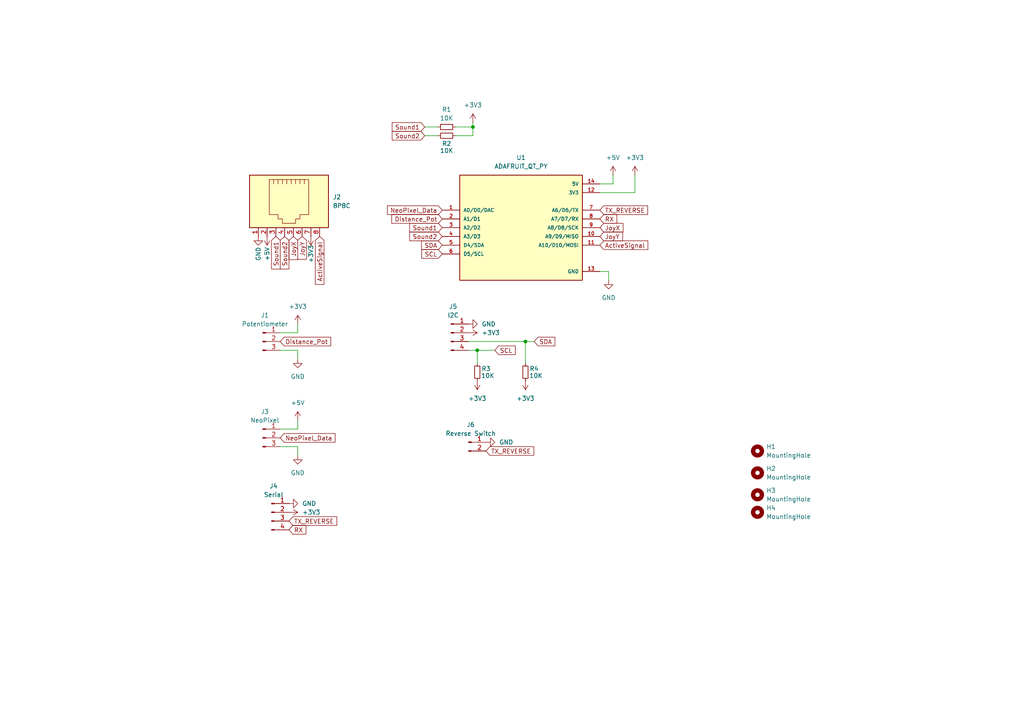
<source format=kicad_sch>
(kicad_sch (version 20231120) (generator "eeschema") (generator_version "8.0")
  (paper "A4")
  (lib_symbols
    (symbol "ADAFRUIT_QT_PY:ADAFRUIT_QT_PY" (pin_names (offset 1.016))
      (property "Reference" "U" (at -17.78 16.002 0))
      (property "Value" "ADAFRUIT_QT_PY" (at -17.78 -17.78 0))
      (symbol "ADAFRUIT_QT_PY_0_0"
        (rectangle (start -17.78 -15.24) (end 17.78 15.24) (stroke (width 0.254)) (fill (type background)))
        (pin bidirectional line (at -22.86 5.08 0) (length 5.08) (name "A0/D0/DAC") (number "1"))
        (pin bidirectional line (at 22.86 -2.54 180) (length 5.08) (name "A9/D9/MISO") (number "10"))
        (pin bidirectional line (at 22.86 -5.08 180) (length 5.08) (name "A10/D10/MOSI") (number "11"))
        (pin power_in line (at 22.86 10.16 180) (length 5.08) (name "3V3") (number "12"))
        (pin power_in line (at 22.86 -12.7 180) (length 5.08) (name "GND") (number "13"))
        (pin power_in line (at 22.86 12.7 180) (length 5.08) (name "5V") (number "14"))
        (pin bidirectional line (at -22.86 2.54 0) (length 5.08) (name "A1/D1") (number "2"))
        (pin bidirectional line (at -22.86 0 0) (length 5.08) (name "A2/D2") (number "3"))
        (pin bidirectional line (at -22.86 -2.54 0) (length 5.08) (name "A3/D3") (number "4"))
        (pin bidirectional line (at -22.86 -5.08 0) (length 5.08) (name "D4/SDA") (number "5"))
        (pin bidirectional line (at -22.86 -7.62 0) (length 5.08) (name "D5/SCL") (number "6"))
        (pin bidirectional line (at 22.86 5.08 180) (length 5.08) (name "A6/D6/TX") (number "7"))
        (pin bidirectional line (at 22.86 2.54 180) (length 5.08) (name "A7/D7/RX") (number "8"))
        (pin bidirectional line (at 22.86 0 180) (length 5.08) (name "A8/D8/SCK") (number "9"))
      )
    )
    (symbol "Connector:8P8C" (pin_names (offset 1.016))
      (property "Reference" "J" (at -5.08 13.97 0))
      (property "Value" "8P8C" (at 2.54 13.97 0))
      (symbol "8P8C_0_1"
        (polyline (pts (xy -5.08 4.445) (xy -6.35 4.445)))
        (polyline (pts (xy -5.08 5.715) (xy -6.35 5.715)))
        (polyline (pts (xy -6.35 -3.175) (xy -5.08 -3.175) (xy -5.08 -3.175)))
        (polyline (pts (xy -6.35 -1.905) (xy -5.08 -1.905) (xy -5.08 -1.905)))
        (polyline (pts (xy -6.35 -0.635) (xy -5.08 -0.635) (xy -5.08 -0.635)))
        (polyline (pts (xy -6.35 0.635) (xy -5.08 0.635) (xy -5.08 0.635)))
        (polyline (pts (xy -6.35 1.905) (xy -5.08 1.905) (xy -5.08 1.905)))
        (polyline (pts (xy -5.08 3.175) (xy -6.35 3.175) (xy -6.35 3.175)))
        (polyline (pts (xy -6.35 -4.445) (xy -6.35 6.985) (xy 3.81 6.985) (xy 3.81 4.445) (xy 5.08 4.445) (xy 5.08 3.175) (xy 6.35 3.175) (xy 6.35 -0.635) (xy 5.08 -0.635) (xy 5.08 -1.905) (xy 3.81 -1.905) (xy 3.81 -4.445) (xy -6.35 -4.445) (xy -6.35 -4.445)))
        (rectangle (start 7.62 12.7) (end -7.62 -10.16) (stroke (width 0.254)) (fill (type background)))
      )
      (symbol "8P8C_1_1"
        (pin passive line (at 10.16 -7.62 180) (length 2.54) (name "~") (number "1"))
        (pin passive line (at 10.16 -5.08 180) (length 2.54) (name "~") (number "2"))
        (pin passive line (at 10.16 -2.54 180) (length 2.54) (name "~") (number "3"))
        (pin passive line (at 10.16 0 180) (length 2.54) (name "~") (number "4"))
        (pin passive line (at 10.16 2.54 180) (length 2.54) (name "~") (number "5"))
        (pin passive line (at 10.16 5.08 180) (length 2.54) (name "~") (number "6"))
        (pin passive line (at 10.16 7.62 180) (length 2.54) (name "~") (number "7"))
        (pin passive line (at 10.16 10.16 180) (length 2.54) (name "~") (number "8"))
      )
    )
    (symbol "Connector:Conn_01x02_Pin" (pin_names (offset 1.016) hide)
      (property "Reference" "J" (at 0 2.54 0))
      (property "Value" "Conn_01x02_Pin" (at 0 -5.08 0))
      (symbol "Conn_01x02_Pin_1_1"
        (polyline (pts (xy 1.27 -2.54) (xy 0.8636 -2.54)) (stroke (width 0.1524)))
        (polyline (pts (xy 1.27 0) (xy 0.8636 0)) (stroke (width 0.1524)))
        (rectangle (start 0.8636 -2.413) (end 0 -2.667) (stroke (width 0.1524)) (fill (type outline)))
        (rectangle (start 0.8636 0.127) (end 0 -0.127) (stroke (width 0.1524)) (fill (type outline)))
        (pin passive line (at 5.08 0 180) (length 3.81) (name "Pin_1") (number "1"))
        (pin passive line (at 5.08 -2.54 180) (length 3.81) (name "Pin_2") (number "2"))
      )
    )
    (symbol "Connector:Conn_01x03_Pin" (pin_names (offset 1.016) hide)
      (property "Reference" "J" (at 0 5.08 0))
      (property "Value" "Conn_01x03_Pin" (at 0 -5.08 0))
      (symbol "Conn_01x03_Pin_1_1"
        (polyline (pts (xy 1.27 -2.54) (xy 0.8636 -2.54)) (stroke (width 0.1524)))
        (polyline (pts (xy 1.27 0) (xy 0.8636 0)) (stroke (width 0.1524)))
        (polyline (pts (xy 1.27 2.54) (xy 0.8636 2.54)) (stroke (width 0.1524)))
        (rectangle (start 0.8636 -2.413) (end 0 -2.667) (stroke (width 0.1524)) (fill (type outline)))
        (rectangle (start 0.8636 0.127) (end 0 -0.127) (stroke (width 0.1524)) (fill (type outline)))
        (rectangle (start 0.8636 2.667) (end 0 2.413) (stroke (width 0.1524)) (fill (type outline)))
        (pin passive line (at 5.08 2.54 180) (length 3.81) (name "Pin_1") (number "1"))
        (pin passive line (at 5.08 0 180) (length 3.81) (name "Pin_2") (number "2"))
        (pin passive line (at 5.08 -2.54 180) (length 3.81) (name "Pin_3") (number "3"))
      )
    )
    (symbol "Connector:Conn_01x04_Pin" (pin_names (offset 1.016) hide)
      (property "Reference" "J" (at 0 5.08 0))
      (property "Value" "Conn_01x04_Pin" (at 0 -7.62 0))
      (symbol "Conn_01x04_Pin_1_1"
        (polyline (pts (xy 1.27 -5.08) (xy 0.8636 -5.08)) (stroke (width 0.1524)))
        (polyline (pts (xy 1.27 -2.54) (xy 0.8636 -2.54)) (stroke (width 0.1524)))
        (polyline (pts (xy 1.27 0) (xy 0.8636 0)) (stroke (width 0.1524)))
        (polyline (pts (xy 1.27 2.54) (xy 0.8636 2.54)) (stroke (width 0.1524)))
        (rectangle (start 0.8636 -4.953) (end 0 -5.207) (stroke (width 0.1524)) (fill (type outline)))
        (rectangle (start 0.8636 -2.413) (end 0 -2.667) (stroke (width 0.1524)) (fill (type outline)))
        (rectangle (start 0.8636 0.127) (end 0 -0.127) (stroke (width 0.1524)) (fill (type outline)))
        (rectangle (start 0.8636 2.667) (end 0 2.413) (stroke (width 0.1524)) (fill (type outline)))
        (pin passive line (at 5.08 2.54 180) (length 3.81) (name "Pin_1") (number "1"))
        (pin passive line (at 5.08 0 180) (length 3.81) (name "Pin_2") (number "2"))
        (pin passive line (at 5.08 -2.54 180) (length 3.81) (name "Pin_3") (number "3"))
        (pin passive line (at 5.08 -5.08 180) (length 3.81) (name "Pin_4") (number "4"))
      )
    )
    (symbol "Device:R_Small" (pin_numbers hide) (pin_names (offset 0.254) hide)
      (property "Reference" "R" (at 0.762 0.508 0))
      (property "Value" "R_Small" (at 0.762 -1.016 0))
      (symbol "R_Small_0_1"
        (rectangle (start -0.762 1.778) (end 0.762 -1.778) (stroke (width 0.2032)))
      )
      (symbol "R_Small_1_1"
        (pin passive line (at 0 2.54 270) (length 0.762) (name "~") (number "1"))
        (pin passive line (at 0 -2.54 90) (length 0.762) (name "~") (number "2"))
      )
    )
    (symbol "Mechanical:MountingHole" (pin_names (offset 1.016)) (exclude_from_sim yes) (in_bom no)
      (property "Reference" "H" (at 0 5.08 0))
      (property "Value" "MountingHole" (at 0 3.175 0))
      (symbol "MountingHole_0_1"
        (circle (center 0 0) (radius 1.27) (stroke (width 1.27)))
      )
    )
    (symbol "power:+3V3" (power) (pin_numbers hide) (pin_names (offset 0) hide)
      (property "Value" "+3V3" (at 0 3.556 0))
      (symbol "+3V3_0_1"
        (polyline (pts (xy -0.762 1.27) (xy 0 2.54)))
        (polyline (pts (xy 0 0) (xy 0 2.54)))
        (polyline (pts (xy 0 2.54) (xy 0.762 1.27)))
      )
      (symbol "+3V3_1_1"
        (pin power_in line (at 0 0 90) (length 0) (name "~") (number "1"))
      )
    )
    (symbol "power:+5V" (power) (pin_numbers hide) (pin_names (offset 0) hide)
      (property "Value" "+5V" (at 0 3.556 0))
      (symbol "+5V_0_1"
        (polyline (pts (xy -0.762 1.27) (xy 0 2.54)))
        (polyline (pts (xy 0 0) (xy 0 2.54)))
        (polyline (pts (xy 0 2.54) (xy 0.762 1.27)))
      )
      (symbol "+5V_1_1"
        (pin power_in line (at 0 0 90) (length 0) (name "~") (number "1"))
      )
    )
    (symbol "power:GND" (power) (pin_numbers hide) (pin_names (offset 0) hide)
      (property "Value" "GND" (at 0 -3.81 0))
      (symbol "GND_0_1"
        (polyline (pts (xy 0 0) (xy 0 -1.27) (xy 1.27 -1.27) (xy 0 -2.54) (xy -1.27 -1.27) (xy 0 -1.27)))
      )
      (symbol "GND_1_1"
        (pin power_in line (at 0 0 270) (length 0) (name "~") (number "1"))
      )
    )
  )
  (junction (at 152.4 99.06))
  (junction (at 138.43 101.6))
  (junction (at 137.16 36.83))
  (wire (pts (xy 135.89 99.06) (xy 152.4 99.06)))
  (wire (pts (xy 173.99 78.74) (xy 176.53 78.74)))
  (wire (pts (xy 86.36 124.46) (xy 81.28 124.46)))
  (wire (pts (xy 135.89 101.6) (xy 138.43 101.6)))
  (wire (pts (xy 86.36 96.52) (xy 81.28 96.52)))
  (wire (pts (xy 132.08 36.83) (xy 137.16 36.83)))
  (wire (pts (xy 138.43 101.6) (xy 138.43 105.41)))
  (wire (pts (xy 137.16 36.83) (xy 137.16 35.56)))
  (wire (pts (xy 86.36 121.92) (xy 86.36 124.46)))
  (wire (pts (xy 173.99 55.88) (xy 184.15 55.88)))
  (wire (pts (xy 152.4 99.06) (xy 152.4 105.41)))
  (wire (pts (xy 152.4 99.06) (xy 154.94 99.06)))
  (wire (pts (xy 123.19 36.83) (xy 127 36.83)))
  (wire (pts (xy 123.19 39.37) (xy 127 39.37)))
  (wire (pts (xy 132.08 39.37) (xy 137.16 39.37)))
  (wire (pts (xy 138.43 101.6) (xy 143.51 101.6)))
  (wire (pts (xy 81.28 101.6) (xy 86.36 101.6)))
  (wire (pts (xy 184.15 55.88) (xy 184.15 50.8)))
  (wire (pts (xy 81.28 129.54) (xy 86.36 129.54)))
  (wire (pts (xy 86.36 93.98) (xy 86.36 96.52)))
  (wire (pts (xy 173.99 53.34) (xy 177.8 53.34)))
  (wire (pts (xy 177.8 53.34) (xy 177.8 50.8)))
  (wire (pts (xy 86.36 129.54) (xy 86.36 132.08)))
  (wire (pts (xy 86.36 101.6) (xy 86.36 104.14)))
  (wire (pts (xy 137.16 39.37) (xy 137.16 36.83)))
  (wire (pts (xy 176.53 78.74) (xy 176.53 81.28)))
  (global_label "NeoPixel_Data" (shape input) (at 81.28 127 0) (property "Intersheetrefs" "${INTERSHEET_REFS}" (effects (hide yes))))
  (global_label "Sound1" (shape input) (at 128.27 66.04 180) (property "Intersheetrefs" "${INTERSHEET_REFS}" (effects (hide yes))))
  (global_label "ActiveSignal" (shape input) (at 92.71 68.58 270) (property "Intersheetrefs" "${INTERSHEET_REFS}" (effects (hide yes))))
  (global_label "Distance_Pot" (shape input) (at 81.28 99.06 0) (property "Intersheetrefs" "${INTERSHEET_REFS}" (effects (hide yes))))
  (global_label "JoyX" (shape input) (at 85.09 68.58 270) (property "Intersheetrefs" "${INTERSHEET_REFS}" (effects (hide yes))))
  (global_label "SDA" (shape input) (at 154.94 99.06 0) (property "Intersheetrefs" "${INTERSHEET_REFS}" (effects (hide yes))))
  (global_label "TX_REVERSE" (shape input) (at 140.97 130.81 0) (property "Intersheetrefs" "${INTERSHEET_REFS}" (effects (hide yes))))
  (global_label "RX" (shape input) (at 83.82 153.67 0) (property "Intersheetrefs" "${INTERSHEET_REFS}" (effects (hide yes))))
  (global_label "Sound2" (shape input) (at 128.27 68.58 180) (property "Intersheetrefs" "${INTERSHEET_REFS}" (effects (hide yes))))
  (global_label "Sound2" (shape input) (at 82.55 68.58 270) (property "Intersheetrefs" "${INTERSHEET_REFS}" (effects (hide yes))))
  (global_label "TX_REVERSE" (shape input) (at 83.82 151.13 0) (property "Intersheetrefs" "${INTERSHEET_REFS}" (effects (hide yes))))
  (global_label "ActiveSignal" (shape input) (at 173.99 71.12 0) (property "Intersheetrefs" "${INTERSHEET_REFS}" (effects (hide yes))))
  (global_label "SCL" (shape input) (at 128.27 73.66 180) (property "Intersheetrefs" "${INTERSHEET_REFS}" (effects (hide yes))))
  (global_label "RX" (shape input) (at 173.99 63.5 0) (property "Intersheetrefs" "${INTERSHEET_REFS}" (effects (hide yes))))
  (global_label "NeoPixel_Data" (shape input) (at 128.27 60.96 180) (property "Intersheetrefs" "${INTERSHEET_REFS}" (effects (hide yes))))
  (global_label "Sound1" (shape input) (at 80.01 68.58 270) (property "Intersheetrefs" "${INTERSHEET_REFS}" (effects (hide yes))))
  (global_label "TX_REVERSE" (shape input) (at 173.99 60.96 0) (property "Intersheetrefs" "${INTERSHEET_REFS}" (effects (hide yes))))
  (global_label "Distance_Pot" (shape input) (at 128.27 63.5 180) (property "Intersheetrefs" "${INTERSHEET_REFS}" (effects (hide yes))))
  (global_label "SCL" (shape input) (at 143.51 101.6 0) (property "Intersheetrefs" "${INTERSHEET_REFS}" (effects (hide yes))))
  (global_label "JoyX" (shape input) (at 173.99 66.04 0) (property "Intersheetrefs" "${INTERSHEET_REFS}" (effects (hide yes))))
  (global_label "JoyY" (shape input) (at 173.99 68.58 0) (property "Intersheetrefs" "${INTERSHEET_REFS}" (effects (hide yes))))
  (global_label "Sound2" (shape input) (at 123.19 39.37 180) (property "Intersheetrefs" "${INTERSHEET_REFS}" (effects (hide yes))))
  (global_label "SDA" (shape input) (at 128.27 71.12 180) (property "Intersheetrefs" "${INTERSHEET_REFS}" (effects (hide yes))))
  (global_label "Sound1" (shape input) (at 123.19 36.83 180) (property "Intersheetrefs" "${INTERSHEET_REFS}" (effects (hide yes))))
  (global_label "JoyY" (shape input) (at 87.63 68.58 270) (property "Intersheetrefs" "${INTERSHEET_REFS}" (effects (hide yes))))
  (symbol (lib_id "power:+3V3") (at 184.15 50.8 0) (unit 1)
    (property "Reference" "#PWR012" (effects (hide yes)))
    (property "Value" "+3V3" (at 184.15 45.72 0))
    (property "Description" "Power symbol creates a global label with name \"+3V3\"" (effects (hide yes)))
  )
  (symbol (lib_id "ADAFRUIT_QT_PY:ADAFRUIT_QT_PY") (at 151.13 66.04 0) (unit 1)
    (property "Reference" "U1" (at 151.13 45.72 0))
    (property "Value" "ADAFRUIT_QT_PY" (at 151.13 48.26 0))
    (property "Footprint" "Footprints:MODULE_ADAFRUIT_QT_PY" (effects (hide yes)))
    (property "MF" "Adafruit Industries" (effects (hide yes)))
    (property "MAXIMUM_PACKAGE_HEIGHT" "6.28 mm" (effects (hide yes)))
    (property "Package" "None" (effects (hide yes)))
    (property "Price" "None" (effects (hide yes)))
    (property "Check_prices" "https://www.snapeda.com/parts/Adafruit%20QT%20Py/Adafruit+Industries/view-part/?ref=eda" (effects (hide yes)))
    (property "STANDARD" "IPC-7351B" (effects (hide yes)))
    (property "PARTREV" "2022-12-12" (effects (hide yes)))
    (property "SnapEDA_Link" "https://www.snapeda.com/parts/Adafruit%20QT%20Py/Adafruit+Industries/view-part/?ref=snap" (effects (hide yes)))
    (property "MP" "Adafruit QT Py" (effects (hide yes)))
    (property "Description_1" "\n                        \n                            Castellated Pads - SAMD21 Dev Board with STEMMA QT\n                        \n" (effects (hide yes)))
    (property "MANUFACTURER" "Adafruit Industries" (effects (hide yes)))
    (property "Availability" "Not in stock" (effects (hide yes)))
    (property "SNAPEDA_PN" "Adafruit QT Py" (effects (hide yes)))
  )
  (symbol (lib_id "power:GND") (at 86.36 104.14 0) (unit 1)
    (property "Reference" "#PWR06" (effects (hide yes)))
    (property "Value" "GND" (at 86.36 109.22 0))
    (property "Description" "Power symbol creates a global label with name \"GND\" , ground" (effects (hide yes)))
  )
  (symbol (lib_id "power:GND") (at 86.36 132.08 0) (unit 1)
    (property "Reference" "#PWR09" (effects (hide yes)))
    (property "Value" "GND" (at 86.36 137.16 0))
    (property "Description" "Power symbol creates a global label with name \"GND\" , ground" (effects (hide yes)))
  )
  (symbol (lib_id "Device:R_Small") (at 138.43 107.95 180) (unit 1)
    (property "Reference" "R3" (at 140.97 106.934 0))
    (property "Value" "10K" (at 141.478 108.966 0))
    (property "Footprint" "Resistor_THT:R_Axial_DIN0204_L3.6mm_D1.6mm_P7.62mm_Horizontal" (effects (hide yes)))
    (property "Description" "Resistor, small symbol" (effects (hide yes)))
  )
  (symbol (lib_id "Connector:8P8C") (at 82.55 58.42 270) (unit 1)
    (property "Reference" "J2" (at 96.52 57.1499 90) (effects (justify left)))
    (property "Value" "8P8C" (at 96.52 59.6899 90) (effects (justify left)))
    (property "Footprint" "Footprints:RJ45_x08_Tab_Up" (effects (hide yes)))
    (property "Description" "RJ connector, 8P8C (8 positions 8 connected), RJ31/RJ32/RJ33/RJ34/RJ35/RJ41/RJ45/RJ49/RJ61" (effects (hide yes)))
  )
  (symbol (lib_id "power:GND") (at 135.89 93.98 90) (unit 1)
    (property "Reference" "#PWR014" (effects (hide yes)))
    (property "Value" "GND" (at 139.7 93.9799 90) (effects (justify right)))
    (property "Description" "Power symbol creates a global label with name \"GND\" , ground" (effects (hide yes)))
  )
  (symbol (lib_id "power:GND") (at 83.82 146.05 90) (unit 1)
    (property "Reference" "#PWR011" (effects (hide yes)))
    (property "Value" "GND" (at 87.63 146.0499 90) (effects (justify right)))
    (property "Description" "Power symbol creates a global label with name \"GND\" , ground" (effects (hide yes)))
  )
  (symbol (lib_id "power:+5V") (at 86.36 121.92 0) (unit 1)
    (property "Reference" "#PWR08" (effects (hide yes)))
    (property "Value" "+5V" (at 86.36 116.84 0))
    (property "Description" "Power symbol creates a global label with name \"+5V\"" (effects (hide yes)))
  )
  (symbol (lib_id "Device:R_Small") (at 129.54 39.37 90) (unit 1)
    (property "Reference" "R2" (at 129.54 41.656 90))
    (property "Value" "10K" (at 129.54 43.688 90))
    (property "Footprint" "Resistor_THT:R_Axial_DIN0204_L3.6mm_D1.6mm_P7.62mm_Horizontal" (effects (hide yes)))
    (property "Description" "Resistor, small symbol" (effects (hide yes)))
  )
  (symbol (lib_id "Connector:Conn_01x04_Pin") (at 130.81 96.52 0) (unit 1)
    (property "Reference" "J5" (at 131.445 88.9 0))
    (property "Value" "I2C" (at 131.445 91.44 0))
    (property "Footprint" "Connector_JST:JST_XH_B4B-XH-A_1x04_P2.50mm_Vertical" (effects (hide yes)))
    (property "Description" "Generic connector, single row, 01x04, script generated" (effects (hide yes)))
  )
  (symbol (lib_id "Connector:Conn_01x03_Pin") (at 76.2 99.06 0) (unit 1)
    (property "Reference" "J1" (at 76.835 91.44 0))
    (property "Value" "Potentiometer" (at 76.835 93.98 0))
    (property "Footprint" "Connector_JST:JST_XH_B3B-XH-A_1x03_P2.50mm_Vertical" (effects (hide yes)))
    (property "Description" "Generic connector, single row, 01x03, script generated" (effects (hide yes)))
  )
  (symbol (lib_id "Mechanical:MountingHole") (at 219.71 143.51 0) (unit 1) (exclude_from_sim yes) (in_bom no)
    (property "Reference" "H3" (at 222.25 142.2399 0) (effects (justify left)))
    (property "Value" "MountingHole" (at 222.25 144.7799 0) (effects (justify left)))
    (property "Footprint" "MountingHole:MountingHole_3.2mm_M3" (effects (hide yes)))
    (property "Description" "Mounting Hole without connection" (effects (hide yes)))
  )
  (symbol (lib_id "power:+3V3") (at 138.43 110.49 180) (unit 1)
    (property "Reference" "#PWR016" (effects (hide yes)))
    (property "Value" "+3V3" (at 138.43 115.57 0))
    (property "Description" "Power symbol creates a global label with name \"+3V3\"" (effects (hide yes)))
  )
  (symbol (lib_id "power:+3V3") (at 135.89 96.52 270) (unit 1)
    (property "Reference" "#PWR015" (effects (hide yes)))
    (property "Value" "+3V3" (at 139.7 96.5199 90) (effects (justify left)))
    (property "Description" "Power symbol creates a global label with name \"+3V3\"" (effects (hide yes)))
  )
  (symbol (lib_id "power:+3V3") (at 137.16 35.56 0) (unit 1)
    (property "Reference" "#PWR010" (effects (hide yes)))
    (property "Value" "+3V3" (at 137.16 30.48 0))
    (property "Description" "Power symbol creates a global label with name \"+3V3\"" (effects (hide yes)))
  )
  (symbol (lib_id "power:+3V3") (at 152.4 110.49 180) (unit 1)
    (property "Reference" "#PWR017" (effects (hide yes)))
    (property "Value" "+3V3" (at 152.4 115.57 0))
    (property "Description" "Power symbol creates a global label with name \"+3V3\"" (effects (hide yes)))
  )
  (symbol (lib_id "power:+3V3") (at 83.82 148.59 270) (unit 1)
    (property "Reference" "#PWR013" (effects (hide yes)))
    (property "Value" "+3V3" (at 87.63 148.5899 90) (effects (justify left)))
    (property "Description" "Power symbol creates a global label with name \"+3V3\"" (effects (hide yes)))
  )
  (symbol (lib_id "power:GND") (at 74.93 68.58 0) (unit 1)
    (property "Reference" "#PWR05" (effects (hide yes)))
    (property "Value" "GND" (at 74.93 73.66 90))
    (property "Description" "Power symbol creates a global label with name \"GND\" , ground" (effects (hide yes)))
  )
  (symbol (lib_id "Device:R_Small") (at 152.4 107.95 180) (unit 1)
    (property "Reference" "R4" (at 154.94 106.934 0))
    (property "Value" "10K" (at 155.448 108.966 0))
    (property "Footprint" "Resistor_THT:R_Axial_DIN0204_L3.6mm_D1.6mm_P7.62mm_Horizontal" (effects (hide yes)))
    (property "Description" "Resistor, small symbol" (effects (hide yes)))
  )
  (symbol (lib_id "Mechanical:MountingHole") (at 219.71 130.81 0) (unit 1) (exclude_from_sim yes) (in_bom no)
    (property "Reference" "H1" (at 222.25 129.5399 0) (effects (justify left)))
    (property "Value" "MountingHole" (at 222.25 132.0799 0) (effects (justify left)))
    (property "Footprint" "MountingHole:MountingHole_3.2mm_M3" (effects (hide yes)))
    (property "Description" "Mounting Hole without connection" (effects (hide yes)))
  )
  (symbol (lib_id "Connector:Conn_01x04_Pin") (at 78.74 148.59 0) (unit 1)
    (property "Reference" "J4" (at 79.375 140.97 0))
    (property "Value" "Serial" (at 79.375 143.51 0))
    (property "Footprint" "Connector_JST:JST_XH_B4B-XH-A_1x04_P2.50mm_Vertical" (effects (hide yes)))
    (property "Description" "Generic connector, single row, 01x04, script generated" (effects (hide yes)))
  )
  (symbol (lib_id "power:+5V") (at 177.8 50.8 0) (unit 1)
    (property "Reference" "#PWR03" (effects (hide yes)))
    (property "Value" "+5V" (at 177.8 45.72 0))
    (property "Description" "Power symbol creates a global label with name \"+5V\"" (effects (hide yes)))
  )
  (symbol (lib_id "power:GND") (at 140.97 128.27 90) (unit 1)
    (property "Reference" "#PWR018" (effects (hide yes)))
    (property "Value" "GND" (at 144.78 128.2699 90) (effects (justify right)))
    (property "Description" "Power symbol creates a global label with name \"GND\" , ground" (effects (hide yes)))
  )
  (symbol (lib_id "Device:R_Small") (at 129.54 36.83 90) (unit 1)
    (property "Reference" "R1" (at 129.54 31.75 90))
    (property "Value" "10K" (at 129.54 34.29 90))
    (property "Footprint" "Resistor_THT:R_Axial_DIN0204_L3.6mm_D1.6mm_P7.62mm_Horizontal" (effects (hide yes)))
    (property "Description" "Resistor, small symbol" (effects (hide yes)))
  )
  (symbol (lib_id "power:+3V3") (at 90.17 68.58 180) (unit 1)
    (property "Reference" "#PWR01" (effects (hide yes)))
    (property "Value" "+3V3" (at 90.17 73.66 90))
    (property "Description" "Power symbol creates a global label with name \"+3V3\"" (effects (hide yes)))
  )
  (symbol (lib_id "Mechanical:MountingHole") (at 219.71 148.59 0) (unit 1) (exclude_from_sim yes) (in_bom no)
    (property "Reference" "H4" (at 222.25 147.3199 0) (effects (justify left)))
    (property "Value" "MountingHole" (at 222.25 149.8599 0) (effects (justify left)))
    (property "Footprint" "MountingHole:MountingHole_3.2mm_M3" (effects (hide yes)))
    (property "Description" "Mounting Hole without connection" (effects (hide yes)))
  )
  (symbol (lib_id "Connector:Conn_01x03_Pin") (at 76.2 127 0) (unit 1)
    (property "Reference" "J3" (at 76.835 119.38 0))
    (property "Value" "NeoPixel" (at 76.835 121.92 0))
    (property "Footprint" "Connector_JST:JST_XH_B3B-XH-A_1x03_P2.50mm_Vertical" (effects (hide yes)))
    (property "Description" "Generic connector, single row, 01x03, script generated" (effects (hide yes)))
  )
  (symbol (lib_id "power:+3V3") (at 86.36 93.98 0) (unit 1)
    (property "Reference" "#PWR02" (effects (hide yes)))
    (property "Value" "+3V3" (at 86.36 88.9 0))
    (property "Description" "Power symbol creates a global label with name \"+3V3\"" (effects (hide yes)))
  )
  (symbol (lib_id "Connector:Conn_01x02_Pin") (at 135.89 128.27 0) (unit 1)
    (property "Reference" "J6" (at 136.525 123.19 0))
    (property "Value" "Reverse Switch" (at 136.525 125.73 0))
    (property "Footprint" "Connector_JST:JST_XH_B2B-XH-A_1x02_P2.50mm_Vertical" (effects (hide yes)))
    (property "Description" "Generic connector, single row, 01x02, script generated" (effects (hide yes)))
  )
  (symbol (lib_id "power:+5V") (at 77.47 68.58 180) (unit 1)
    (property "Reference" "#PWR04" (effects (hide yes)))
    (property "Value" "+5V" (at 77.47 73.66 90))
    (property "Description" "Power symbol creates a global label with name \"+5V\"" (effects (hide yes)))
  )
  (symbol (lib_id "power:GND") (at 176.53 81.28 0) (unit 1)
    (property "Reference" "#PWR07" (effects (hide yes)))
    (property "Value" "GND" (at 176.53 86.36 0))
    (property "Description" "Power symbol creates a global label with name \"GND\" , ground" (effects (hide yes)))
  )
  (symbol (lib_id "Mechanical:MountingHole") (at 219.71 137.16 0) (unit 1) (exclude_from_sim yes) (in_bom no)
    (property "Reference" "H2" (at 222.25 135.8899 0) (effects (justify left)))
    (property "Value" "MountingHole" (at 222.25 138.4299 0) (effects (justify left)))
    (property "Footprint" "MountingHole:MountingHole_3.2mm_M3" (effects (hide yes)))
    (property "Description" "Mounting Hole without connection" (effects (hide yes)))
  )
)
</source>
